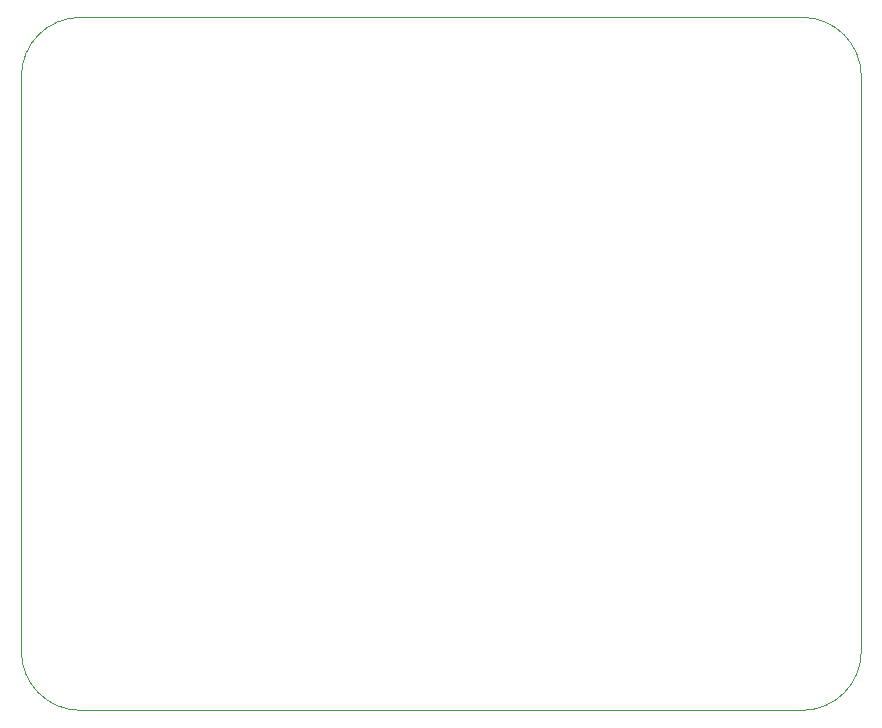
<source format=gbr>
G04 #@! TF.GenerationSoftware,KiCad,Pcbnew,8.0.4*
G04 #@! TF.CreationDate,2024-09-01T00:03:10+10:00*
G04 #@! TF.ProjectId,Amiga_4000_4IDE,416d6967-615f-4343-9030-305f34494445,rev?*
G04 #@! TF.SameCoordinates,Original*
G04 #@! TF.FileFunction,Paste,Top*
G04 #@! TF.FilePolarity,Positive*
%FSLAX46Y46*%
G04 Gerber Fmt 4.6, Leading zero omitted, Abs format (unit mm)*
G04 Created by KiCad (PCBNEW 8.0.4) date 2024-09-01 00:03:10*
%MOMM*%
%LPD*%
G01*
G04 APERTURE LIST*
G04 #@! TA.AperFunction,Profile*
%ADD10C,0.050000*%
G04 #@! TD*
G04 APERTURE END LIST*
D10*
X92710000Y-58848000D02*
G75*
G02*
X97710000Y-53848000I5000000J0D01*
G01*
X158830000Y-53848000D02*
G75*
G02*
X163830000Y-58848000I0J-5000000D01*
G01*
X97710000Y-112522000D02*
G75*
G02*
X92710000Y-107522000I0J5000000D01*
G01*
X163830000Y-107522000D02*
G75*
G02*
X158830000Y-112522000I-5000000J0D01*
G01*
X97710000Y-53848000D02*
X158830000Y-53848000D01*
X92710000Y-107522000D02*
X92710000Y-58848000D01*
X163830000Y-58848000D02*
X163830000Y-107522000D01*
X158830000Y-112522000D02*
X97710000Y-112522000D01*
M02*

</source>
